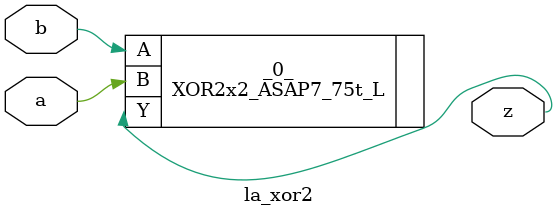
<source format=v>

/* Generated by Yosys 0.37 (git sha1 a5c7f69ed, clang 14.0.0-1ubuntu1.1 -fPIC -Os) */

module la_xor2(a, b, z);
  input a;
  wire a;
  input b;
  wire b;
  output z;
  wire z;
  XOR2x2_ASAP7_75t_L _0_ (
    .A(b),
    .B(a),
    .Y(z)
  );
endmodule

</source>
